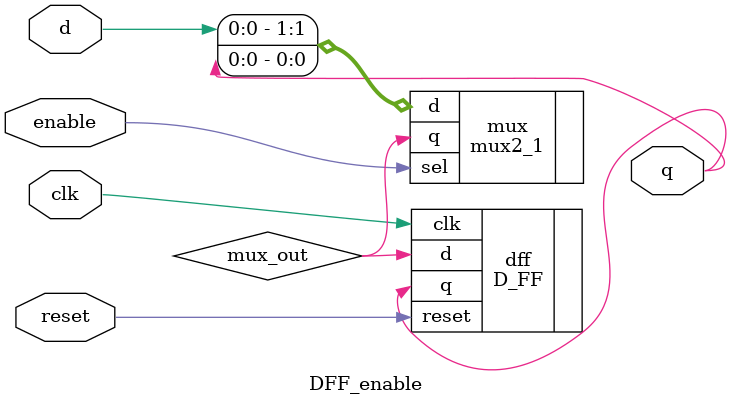
<source format=sv>
module DFF_enable (
    output logic q,
    input logic d, reset, clk, enable
);
    logic mux_out;
    
    // Multiplexer: chooses between q (hold) and d (new data)
    mux2_1 mux (
        .sel(enable),
        .d({d,q}),     // New value
        .q(mux_out)
    );

    // D Flip-Flop with reset
    D_FF dff (
        .d(mux_out),
        .q(q),
        .clk(clk),
        .reset(reset)
    );
endmodule
</source>
